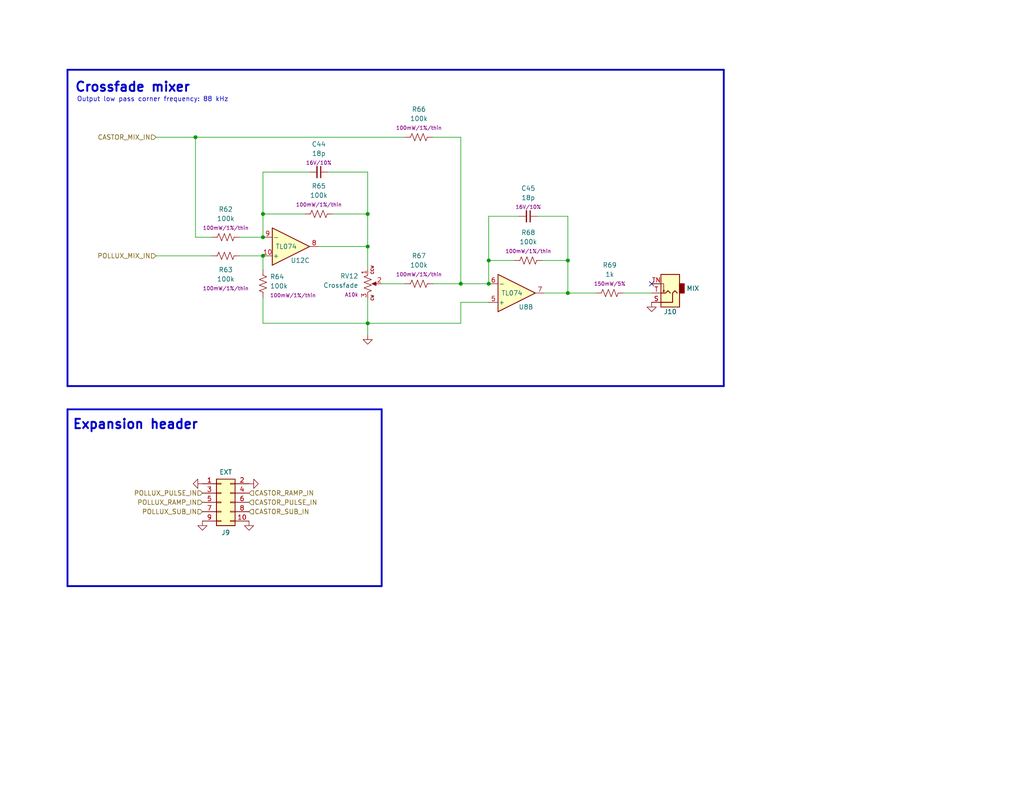
<source format=kicad_sch>
(kicad_sch (version 20250114) (generator "eeschema") (generator_version "9.0")
  (paper "USLetter")
  (title_block (title "Castor & Pollux") (date "2022-10-07") (rev "v6") (company "Winterbloom") (comment 1 "Alethea Flowers") (comment 2 "CERN-OHL-P v2") (comment 3 "gemini.wntr.dev"))
  (lib_symbols
    (symbol "Connector_Generic:Conn_02x05_Odd_Even" (pin_names (offset 1.016) (hide yes))
      (property "Reference" "J" (at 1.27 7.62 0))
      (property "Value" "Conn_02x05_Odd_Even" (at 1.27 -7.62 0))
      (symbol "Conn_02x05_Odd_Even_1_1"
        (rectangle (start -1.27 6.35) (end 3.81 -6.35) (stroke (width 0.254)) (fill (type background)))
        (rectangle (start -1.27 5.207) (end 0 4.953) (stroke (width 0.1524)))
        (rectangle (start -1.27 2.667) (end 0 2.413) (stroke (width 0.1524)))
        (rectangle (start -1.27 0.127) (end 0 -0.127) (stroke (width 0.1524)))
        (rectangle (start -1.27 -2.413) (end 0 -2.667) (stroke (width 0.1524)))
        (rectangle (start -1.27 -4.953) (end 0 -5.207) (stroke (width 0.1524)))
        (rectangle (start 3.81 5.207) (end 2.54 4.953) (stroke (width 0.1524)))
        (rectangle (start 3.81 2.667) (end 2.54 2.413) (stroke (width 0.1524)))
        (rectangle (start 3.81 0.127) (end 2.54 -0.127) (stroke (width 0.1524)))
        (rectangle (start 3.81 -2.413) (end 2.54 -2.667) (stroke (width 0.1524)))
        (rectangle (start 3.81 -4.953) (end 2.54 -5.207) (stroke (width 0.1524)))
        (pin passive line (at -5.08 5.08 0) (length 3.81) (name "Pin_1") (number "1"))
        (pin passive line (at -5.08 2.54 0) (length 3.81) (name "Pin_3") (number "3"))
        (pin passive line (at -5.08 0 0) (length 3.81) (name "Pin_5") (number "5"))
        (pin passive line (at -5.08 -2.54 0) (length 3.81) (name "Pin_7") (number "7"))
        (pin passive line (at -5.08 -5.08 0) (length 3.81) (name "Pin_9") (number "9"))
        (pin passive line (at 7.62 5.08 180) (length 3.81) (name "Pin_2") (number "2"))
        (pin passive line (at 7.62 2.54 180) (length 3.81) (name "Pin_4") (number "4"))
        (pin passive line (at 7.62 0 180) (length 3.81) (name "Pin_6") (number "6"))
        (pin passive line (at 7.62 -2.54 180) (length 3.81) (name "Pin_8") (number "8"))
        (pin passive line (at 7.62 -5.08 180) (length 3.81) (name "Pin_10") (number "10"))
      )
    )
    (symbol "Device:C_Small" (pin_numbers (hide yes)) (pin_names (offset 0.254) (hide yes))
      (property "Reference" "C" (at 0.254 1.778 0))
      (property "Value" "C_Small" (at 0.254 -2.032 0))
      (symbol "C_Small_0_1"
        (polyline (pts (xy -1.524 0.508) (xy 1.524 0.508)) (stroke (width 0.3048)))
        (polyline (pts (xy -1.524 -0.508) (xy 1.524 -0.508)) (stroke (width 0.3302)))
      )
      (symbol "C_Small_1_1"
        (pin passive line (at 0 2.54 270) (length 2.032) (name "~") (number "1"))
        (pin passive line (at 0 -2.54 90) (length 2.032) (name "~") (number "2"))
      )
    )
    (symbol "Device:R_US" (pin_numbers (hide yes)) (pin_names (offset 0))
      (property "Reference" "R" (at 2.54 0 90))
      (property "Value" "R_US" (at -2.54 0 90))
      (symbol "R_US_0_1"
        (polyline (pts (xy 0 2.286) (xy 0 2.54)))
        (polyline (pts (xy 0 2.286) (xy 1.016 1.905) (xy 0 1.524) (xy -1.016 1.143) (xy 0 0.762)))
        (polyline (pts (xy 0 0.762) (xy 1.016 0.381) (xy 0 0) (xy -1.016 -0.381) (xy 0 -0.762)))
        (polyline (pts (xy 0 -0.762) (xy 1.016 -1.143) (xy 0 -1.524) (xy -1.016 -1.905) (xy 0 -2.286)))
        (polyline (pts (xy 0 -2.286) (xy 0 -2.54)))
      )
      (symbol "R_US_1_1"
        (pin passive line (at 0 3.81 270) (length 1.27) (name "~") (number "1"))
        (pin passive line (at 0 -3.81 90) (length 1.27) (name "~") (number "2"))
      )
    )
    (symbol "power:GND" (power) (pin_names (offset 0))
      (property "Value" "GND" (at 0 -3.81 0))
      (symbol "GND_0_1"
        (polyline (pts (xy 0 0) (xy 0 -1.27) (xy 1.27 -1.27) (xy 0 -2.54) (xy -1.27 -1.27) (xy 0 -1.27)))
      )
      (symbol "GND_1_1"
        (pin power_in line (at 0 0 270) (length 0) (hide yes) (name "GND") (number "1"))
      )
    )
    (symbol "winterbloom:Eurorack_Mono_Jack" (pin_names (hide yes))
      (property "Reference" "J" (at 3.302 -4.064 0))
      (property "Value" "Eurorack_Mono_Jack" (at 0 5.08 0))
      (symbol "Eurorack_Mono_Jack_0_1"
        (polyline (pts (xy -2.54 1.27) (xy -1.778 1.27) (xy -1.778 -1.016) (xy -1.524 -0.508)))
        (polyline (pts (xy -2.54 -3.81) (xy 0.635 -3.81) (xy 0.635 -1.27) (xy 1.27 -0.635) (xy 1.905 -1.27)) (stroke (width 0.254)))
        (rectangle (start -2.54 -5.08) (end 2.54 3.81) (stroke (width 0.254)) (fill (type background)))
        (polyline (pts (xy -1.778 -1.016) (xy -2.032 -0.508)))
        (polyline (pts (xy 0 -1.27) (xy -0.635 -0.635) (xy -1.27 -1.27) (xy -2.54 -1.27)) (stroke (width 0.254)))
        (rectangle (start 2.54 -1.27) (end 3.81 1.27) (stroke (width 0.254)) (fill (type outline)))
      )
      (symbol "Eurorack_Mono_Jack_1_1"
        (pin passive line (at -5.08 1.27 0) (length 2.54) (name "Tip_normalize") (number "TN"))
        (pin passive line (at -5.08 -1.27 0) (length 2.54) (name "Tip") (number "T"))
        (pin passive line (at -5.08 -3.81 0) (length 2.54) (name "Sleeve") (number "S"))
      )
    )
    (symbol "winterbloom:Eurorack_Pot" (pin_names (offset 1.016) (hide yes))
      (property "Reference" "RV" (at 0 4.445 0))
      (property "Value" "Eurorack_Pot" (at 0 2.54 0))
      (symbol "Eurorack_Pot_0_0"
        (text "CCW" (at -3.81 -1.27 0) (effects (font (size 0.762 0.762))))
        (text "CW" (at 3.81 -1.27 0) (effects (font (size 0.762 0.762))))
      )
      (symbol "Eurorack_Pot_0_1"
        (polyline (pts (xy -2.286 0) (xy -2.54 0)))
        (polyline (pts (xy -0.762 0) (xy -1.143 -1.016) (xy -1.524 0) (xy -1.905 1.016) (xy -2.286 0)))
        (polyline (pts (xy 0 -1.143) (xy 0.508 -2.286) (xy -0.508 -2.286) (xy 0 -1.143)) (fill (type outline)))
        (polyline (pts (xy 0 -2.54) (xy 0 -1.524)))
        (polyline (pts (xy 0.762 0) (xy 0.381 -1.016) (xy 0 0) (xy -0.381 1.016) (xy -0.762 0)))
        (polyline (pts (xy 2.286 0) (xy 1.905 -1.016) (xy 1.524 0) (xy 1.143 1.016) (xy 0.762 0)))
        (polyline (pts (xy 2.54 0) (xy 2.286 0)))
      )
      (symbol "Eurorack_Pot_1_1"
        (pin passive line (at -3.81 0 0) (length 1.27) (name "1") (number "1"))
        (pin passive line (at 0 -3.81 90) (length 1.27) (name "2") (number "2"))
        (pin passive line (at 3.81 0 180) (length 1.27) (name "3") (number "3"))
      )
    )
    (symbol "winterbloom:TL074" (pin_names (offset 0.127))
      (property "Reference" "U" (at 0 3.81 0))
      (property "Value" "TL074" (at 0 -3.81 0))
      (symbol "TL074_1_1"
        (polyline (pts (xy -5.08 5.08) (xy 5.08 0) (xy -5.08 -5.08) (xy -5.08 5.08)) (stroke (width 0.254)) (fill (type background)))
        (pin input line (at -7.62 2.54 0) (length 2.54) (name "+") (number "3"))
        (pin input line (at -7.62 -2.54 0) (length 2.54) (name "-") (number "2"))
        (pin output line (at 7.62 0 180) (length 2.54) (name "~") (number "1"))
      )
      (symbol "TL074_2_1"
        (polyline (pts (xy -5.08 5.08) (xy 5.08 0) (xy -5.08 -5.08) (xy -5.08 5.08)) (stroke (width 0.254)) (fill (type background)))
        (pin input line (at -7.62 2.54 0) (length 2.54) (name "+") (number "5"))
        (pin input line (at -7.62 -2.54 0) (length 2.54) (name "-") (number "6"))
        (pin output line (at 7.62 0 180) (length 2.54) (name "~") (number "7"))
      )
      (symbol "TL074_3_1"
        (polyline (pts (xy -5.08 5.08) (xy 5.08 0) (xy -5.08 -5.08) (xy -5.08 5.08)) (stroke (width 0.254)) (fill (type background)))
        (pin input line (at -7.62 2.54 0) (length 2.54) (name "+") (number "10"))
        (pin input line (at -7.62 -2.54 0) (length 2.54) (name "-") (number "9"))
        (pin output line (at 7.62 0 180) (length 2.54) (name "~") (number "8"))
      )
      (symbol "TL074_4_1"
        (polyline (pts (xy -5.08 5.08) (xy 5.08 0) (xy -5.08 -5.08) (xy -5.08 5.08)) (stroke (width 0.254)) (fill (type background)))
        (pin input line (at -7.62 2.54 0) (length 2.54) (name "+") (number "12"))
        (pin input line (at -7.62 -2.54 0) (length 2.54) (name "-") (number "13"))
        (pin output line (at 7.62 0 180) (length 2.54) (name "~") (number "14"))
      )
      (symbol "TL074_5_1"
        (polyline (pts (xy -5.08 5.08) (xy 5.08 0) (xy -5.08 -5.08) (xy -5.08 5.08)) (stroke (width 0.254)) (fill (type background)))
        (pin power_in line (at -2.54 7.62 270) (length 3.81) (name "V+") (number "4"))
        (pin power_in line (at -2.54 -7.62 90) (length 3.81) (name "V-") (number "11"))
      )
    )
  )
  (text "Crossfade mixer" (at 20.32 25.4 0) (effects (font (size 2.54 2.54) (bold yes)) (justify left bottom)))
  (text "Expansion header" (at 19.685 117.475 0) (effects (font (size 2.54 2.54) (bold yes)) (justify left bottom)))
  (text "Output low pass corner frequency: 88 kHz" (at 20.955 27.94 0) (effects (font (size 1.27 1.27)) (justify left bottom)))
  (junction (at 154.94 71.12))
  (junction (at 71.755 69.85))
  (junction (at 125.73 77.47))
  (junction (at 133.35 77.47))
  (junction (at 53.34 37.465))
  (junction (at 133.35 71.12))
  (junction (at 100.33 67.31))
  (junction (at 100.33 58.42))
  (junction (at 71.755 64.77))
  (junction (at 100.33 88.265))
  (junction (at 154.94 80.01))
  (junction (at 71.755 58.42))
  (no_connect (at 177.8 77.47))
  (wire (pts (xy 118.11 37.465) (xy 125.73 37.465)))
  (wire (pts (xy 133.35 82.55) (xy 125.73 82.55)))
  (wire (pts (xy 65.405 69.85) (xy 71.755 69.85)))
  (wire (pts (xy 147.955 71.12) (xy 154.94 71.12)))
  (wire (pts (xy 86.995 67.31) (xy 100.33 67.31)))
  (wire (pts (xy 125.73 37.465) (xy 125.73 77.47)))
  (wire (pts (xy 154.94 80.01) (xy 148.59 80.01)))
  (wire (pts (xy 53.34 37.465) (xy 110.49 37.465)))
  (polyline (pts (xy 18.415 19.05) (xy 18.415 105.41)) (stroke (width 0.5) (type solid)))
  (polyline (pts (xy 18.415 111.76) (xy 18.415 160.02)) (stroke (width 0.5) (type solid)))
  (wire (pts (xy 65.405 64.77) (xy 71.755 64.77)))
  (wire (pts (xy 100.33 88.265) (xy 100.33 81.28)))
  (polyline (pts (xy 104.14 111.76) (xy 104.14 160.02)) (stroke (width 0.5) (type solid)))
  (wire (pts (xy 100.33 67.31) (xy 100.33 58.42)))
  (polyline (pts (xy 197.485 105.41) (xy 18.415 105.41)) (stroke (width 0.5) (type solid)))
  (polyline (pts (xy 18.415 111.76) (xy 104.14 111.76)) (stroke (width 0.5) (type solid)))
  (wire (pts (xy 133.35 71.12) (xy 140.335 71.12)))
  (wire (pts (xy 170.18 80.01) (xy 177.8 80.01)))
  (polyline (pts (xy 104.14 160.02) (xy 18.415 160.02)) (stroke (width 0.5) (type solid)))
  (wire (pts (xy 154.94 80.01) (xy 162.56 80.01)))
  (polyline (pts (xy 197.485 19.05) (xy 197.485 105.41)) (stroke (width 0.5) (type solid)))
  (wire (pts (xy 133.35 71.12) (xy 133.35 59.055)))
  (wire (pts (xy 71.755 58.42) (xy 71.755 64.77)))
  (wire (pts (xy 133.35 59.055) (xy 141.605 59.055)))
  (wire (pts (xy 90.805 58.42) (xy 100.33 58.42)))
  (wire (pts (xy 154.94 59.055) (xy 154.94 71.12)))
  (wire (pts (xy 100.33 46.99) (xy 89.535 46.99)))
  (wire (pts (xy 133.35 77.47) (xy 133.35 71.12)))
  (wire (pts (xy 71.755 58.42) (xy 83.185 58.42)))
  (wire (pts (xy 146.685 59.055) (xy 154.94 59.055)))
  (wire (pts (xy 118.11 77.47) (xy 125.73 77.47)))
  (wire (pts (xy 104.14 77.47) (xy 110.49 77.47)))
  (wire (pts (xy 125.73 77.47) (xy 133.35 77.47)))
  (wire (pts (xy 71.755 88.265) (xy 100.33 88.265)))
  (wire (pts (xy 100.33 88.265) (xy 125.73 88.265)))
  (wire (pts (xy 71.755 81.28) (xy 71.755 88.265)))
  (wire (pts (xy 100.33 67.31) (xy 100.33 73.66)))
  (wire (pts (xy 154.94 71.12) (xy 154.94 80.01)))
  (wire (pts (xy 71.755 69.85) (xy 71.755 73.66)))
  (wire (pts (xy 71.755 46.99) (xy 71.755 58.42)))
  (wire (pts (xy 100.33 88.265) (xy 100.33 91.44)))
  (wire (pts (xy 57.785 64.77) (xy 53.34 64.77)))
  (wire (pts (xy 42.545 69.85) (xy 57.785 69.85)))
  (wire (pts (xy 71.755 46.99) (xy 84.455 46.99)))
  (wire (pts (xy 125.73 82.55) (xy 125.73 88.265)))
  (polyline (pts (xy 18.415 19.05) (xy 197.485 19.05)) (stroke (width 0.5) (type solid)))
  (wire (pts (xy 100.33 58.42) (xy 100.33 46.99)))
  (wire (pts (xy 53.34 37.465) (xy 42.545 37.465)))
  (wire (pts (xy 53.34 64.77) (xy 53.34 37.465)))
  (hierarchical_label "POLLUX_RAMP_IN" (shape input) (at 55.245 137.16 180))
  (hierarchical_label "CASTOR_RAMP_IN" (shape input) (at 67.945 134.62 0))
  (hierarchical_label "POLLUX_MIX_IN" (shape input) (at 42.545 69.85 180))
  (hierarchical_label "CASTOR_PULSE_IN" (shape input) (at 67.945 137.16 0))
  (hierarchical_label "POLLUX_PULSE_IN" (shape input) (at 55.245 134.62 180))
  (hierarchical_label "POLLUX_SUB_IN" (shape input) (at 55.245 139.7 180))
  (hierarchical_label "CASTOR_MIX_IN" (shape input) (at 42.545 37.465 180))
  (hierarchical_label "CASTOR_SUB_IN" (shape input) (at 67.945 139.7 0))
  (symbol (lib_id "Device:R_US") (at 61.595 64.77 270) (unit 1)
    (property "Reference" "R62" (at 61.595 57.15 90))
    (property "Value" "100k" (at 61.595 59.69 90))
    (property "Footprint" "winterbloom:R_0402_HandSolder" (effects (hide yes)))
    (property "Notes" "Eurorack level audio" (effects (hide yes)))
    (property "MPN" "RC0402DR-07100KL" (effects (hide yes)))
    (property "Rating" "100mW/1%/thin" (at 61.595 62.23 90) (effects (font (size 1 1))))
  )
  (symbol (lib_id "Device:R_US") (at 61.595 69.85 270) (unit 1)
    (property "Reference" "R63" (at 61.595 73.66 90))
    (property "Value" "100k" (at 61.595 76.2 90))
    (property "Footprint" "winterbloom:R_0402_HandSolder" (effects (hide yes)))
    (property "Notes" "Eurorack level audio" (effects (hide yes)))
    (property "MPN" "RC0402DR-07100KL" (effects (hide yes)))
    (property "Rating" "100mW/1%/thin" (at 61.595 78.74 90) (effects (font (size 1 1))))
  )
  (symbol (lib_id "Device:R_US") (at 71.755 77.47 180) (unit 1)
    (property "Reference" "R64" (at 73.66 75.5649 0) (effects (justify right)))
    (property "Value" "100k" (at 73.66 78.1049 0) (effects (justify right)))
    (property "Footprint" "winterbloom:R_0402_HandSolder" (effects (hide yes)))
    (property "Notes" "Eurorack level audio" (effects (hide yes)))
    (property "MPN" "RC0402DR-07100KL" (effects (hide yes)))
    (property "Rating" "100mW/1%/thin" (at 73.66 80.645 0) (effects (font (size 1 1)) (justify right)))
  )
  (symbol (lib_id "Device:R_US") (at 86.995 58.42 90) (unit 1)
    (property "Reference" "R65" (at 86.995 50.8 90))
    (property "Value" "100k" (at 86.995 53.34 90))
    (property "Footprint" "winterbloom:R_0402_HandSolder" (effects (hide yes)))
    (property "Notes" "Eurorack level audio" (effects (hide yes)))
    (property "MPN" "RC0402DR-07100KL" (effects (hide yes)))
    (property "Rating" "100mW/1%/thin" (at 86.995 55.88 90) (effects (font (size 1 1))))
  )
  (symbol (lib_id "Device:R_US") (at 114.3 37.465 90) (unit 1)
    (property "Reference" "R66" (at 114.3 29.845 90))
    (property "Value" "100k" (at 114.3 32.385 90))
    (property "Footprint" "winterbloom:R_0402_HandSolder" (effects (hide yes)))
    (property "Notes" "Eurorack level audio" (effects (hide yes)))
    (property "MPN" "RC0402DR-07100KL" (effects (hide yes)))
    (property "Rating" "100mW/1%/thin" (at 114.3 34.925 90) (effects (font (size 1 1))))
  )
  (symbol (lib_id "Device:C_Small") (at 86.995 46.99 270) (unit 1)
    (property "Reference" "C44" (at 86.9886 39.37 90))
    (property "Value" "18p" (at 86.9886 41.91 90))
    (property "Footprint" "winterbloom:C_0402_HandSolder" (effects (hide yes)))
    (property "MPN" "CL05C180JB5NNNC" (effects (hide yes)))
    (property "Notes" "Eurorack level audio filter" (effects (hide yes)))
    (property "Rating" "16V/10%" (at 86.9886 44.45 90) (effects (font (size 1 1))))
  )
  (symbol (lib_id "Device:R_US") (at 114.3 77.47 90) (unit 1)
    (property "Reference" "R67" (at 114.3 69.85 90))
    (property "Value" "100k" (at 114.3 72.39 90))
    (property "Footprint" "winterbloom:R_0402_HandSolder" (effects (hide yes)))
    (property "Notes" "Eurorack level audio" (effects (hide yes)))
    (property "MPN" "RC0402DR-07100KL" (effects (hide yes)))
    (property "Rating" "100mW/1%/thin" (at 114.3 74.93 90) (effects (font (size 1 1))))
  )
  (symbol (lib_id "power:GND") (at 100.33 91.44 0) (unit 1)
    (property "Reference" "#PWR090" (effects (hide yes)))
    (property "Value" "GND" (effects (hide yes)))
  )
  (symbol (lib_id "Device:R_US") (at 144.145 71.12 90) (unit 1)
    (property "Reference" "R68" (at 144.145 63.5 90))
    (property "Value" "100k" (at 144.145 66.04 90))
    (property "Footprint" "winterbloom:R_0402_HandSolder" (effects (hide yes)))
    (property "Notes" "Eurorack level audio" (effects (hide yes)))
    (property "MPN" "RC0402DR-07100KL" (effects (hide yes)))
    (property "Rating" "100mW/1%/thin" (at 144.145 68.58 90) (effects (font (size 1 1))))
  )
  (symbol (lib_id "Device:R_US") (at 166.37 80.01 90) (unit 1)
    (property "Reference" "R69" (at 166.37 72.39 90))
    (property "Value" "1k" (at 166.37 74.93 90))
    (property "Footprint" "winterbloom:R_0603_HandSolder" (effects (hide yes)))
    (property "Notes" "Eurorack level audio, output impedance" (effects (hide yes)))
    (property "MPN" "MCT06030C1001FP500, ERA-3AEB102V" (effects (hide yes)))
    (property "Rating" "150mW/5%" (at 166.37 77.47 90) (effects (font (size 1 1))))
  )
  (symbol (lib_id "Device:C_Small") (at 144.145 59.055 270) (unit 1)
    (property "Reference" "C45" (at 144.1386 51.435 90))
    (property "Value" "18p" (at 144.1386 53.975 90))
    (property "Footprint" "winterbloom:C_0402_HandSolder" (effects (hide yes)))
    (property "MPN" "CL05C180JB5NNNC" (effects (hide yes)))
    (property "Notes" "Eurorack level audio filter" (effects (hide yes)))
    (property "Rating" "16V/10%" (at 144.1386 56.515 90) (effects (font (size 1 1))))
  )
  (symbol (lib_id "power:GND") (at 67.945 132.08 90) (unit 1)
    (property "Reference" "#PWR0104" (effects (hide yes)))
    (property "Value" "GND" (effects (hide yes)))
  )
  (symbol (lib_id "winterbloom:TL074") (at 140.97 80.01 0) (mirror x) (unit 2)
    (property "Reference" "U8" (at 143.51 83.82 0))
    (property "Value" "TL074" (at 139.7 80.01 0))
    (property "Footprint" "Package_SO:TSSOP-14_4.4x5mm_P0.65mm" (effects (hide yes)))
    (property "Datasheet" "https://www.ti.com/lit/ds/symlink/tl071.pdf" (effects (hide yes)))
    (property "MPN" "TL074CPW, TL074CPWR" (effects (hide yes)))
  )
  (symbol (lib_id "Connector_Generic:Conn_02x05_Odd_Even") (at 60.325 137.16 0) (unit 1)
    (property "Reference" "J9" (at 61.595 145.415 0))
    (property "Value" "EXT" (at 61.595 128.905 0))
    (property "Footprint" "winterbloom:Connector_Cortex_Debug_IDC_2x05_P1.27mm_Vertical_Shrouded_SMD" (effects (hide yes)))
    (property "Datasheet" "https://www.cnctech.us/pdfs/3220-XX-0300-00_.pdf" (effects (hide yes)))
    (property "MPN" "3220-10-0300-00" (effects (hide yes)))
  )
  (symbol (lib_id "power:GND") (at 55.245 142.24 0) (unit 1)
    (property "Reference" "#PWR0102" (effects (hide yes)))
    (property "Value" "GND" (effects (hide yes)))
  )
  (symbol (lib_id "winterbloom:Eurorack_Mono_Jack") (at 182.88 78.74 0) (unit 1)
    (property "Reference" "J10" (at 182.88 85.09 0))
    (property "Value" "MIX" (at 187.325 78.74 0) (effects (justify left)))
    (property "Footprint" "winterbloom:AudioJack_WQP518MA" (effects (hide yes)))
    (property "Datasheet" "http://www.qingpu-electronics.com/en/products/WQP-PJ398SM-362.html" (effects (hide yes)))
    (property "MPN" "WQP-WQP518MA" (effects (hide yes)))
  )
  (symbol (lib_id "winterbloom:Eurorack_Pot") (at 100.33 77.47 90) (mirror x) (unit 1)
    (property "Reference" "RV12" (at 97.79 75.3744 90) (effects (justify left)))
    (property "Value" "Crossfade" (at 97.79 77.9144 90) (effects (justify left)))
    (property "Footprint" "winterbloom:Potentiometer_Alpha_R0904N" (effects (hide yes)))
    (property "Datasheet" "https://s3.us-west-2.amazonaws.com/secure.notion-static.com/c2e29654-9937-4f21-ad37-19aeb30b6cf7/R0904N%28KQ%29-LWS.pdf?X-Amz-Algorithm=AWS4-HMAC-SHA256&X-Amz-Credential=AKIAT73L2G45O3KS52Y5%2F20210212%2Fus-west-2%2Fs3%2Faws4_request&X-Amz-Date=20210212T061200Z&X-Amz-Expires=86400&X-Amz-Signature=79cad3de6b24b7023aa449b148ed3570970ec3161da0e13127712a5cd74fcd34&X-Amz-SignedHeaders=host&response-content-disposition=filename%20%3D%22R0904N%28KQ%29-LWS.pdf%22" (effects (hide yes)))
    (property "MPN" "https://www.thonk.co.uk/shop/vertical-b10k-10k-linear/" (effects (hide yes)))
    (property "Notes" "10k, linear taper, 6.35 mm round shaft, 15 mm height" (effects (hide yes)))
    (property "Rating" "A10k" (at 97.79 80.4545 90) (effects (font (size 1 1)) (justify left)))
  )
  (symbol (lib_id "power:GND") (at 67.945 142.24 0) (unit 1)
    (property "Reference" "#PWR0103" (effects (hide yes)))
    (property "Value" "GND" (effects (hide yes)))
  )
  (symbol (lib_id "winterbloom:TL074") (at 79.375 67.31 0) (mirror x) (unit 3)
    (property "Reference" "U12" (at 81.915 71.12 0))
    (property "Value" "TL074" (at 78.105 67.31 0))
    (property "Footprint" "Package_SO:TSSOP-14_4.4x5mm_P0.65mm" (effects (hide yes)))
    (property "Datasheet" "https://www.ti.com/lit/ds/symlink/tl071.pdf" (effects (hide yes)))
    (property "MPN" "TL074CPW" (effects (hide yes)))
  )
  (symbol (lib_id "power:GND") (at 55.245 132.08 270) (unit 1)
    (property "Reference" "#PWR091" (effects (hide yes)))
    (property "Value" "GND" (effects (hide yes)))
  )
  (symbol (lib_id "power:GND") (at 177.8 82.55 0) (unit 1)
    (property "Reference" "#PWR093" (effects (hide yes)))
    (property "Value" "GND" (effects (hide yes)))
  )
)
</source>
